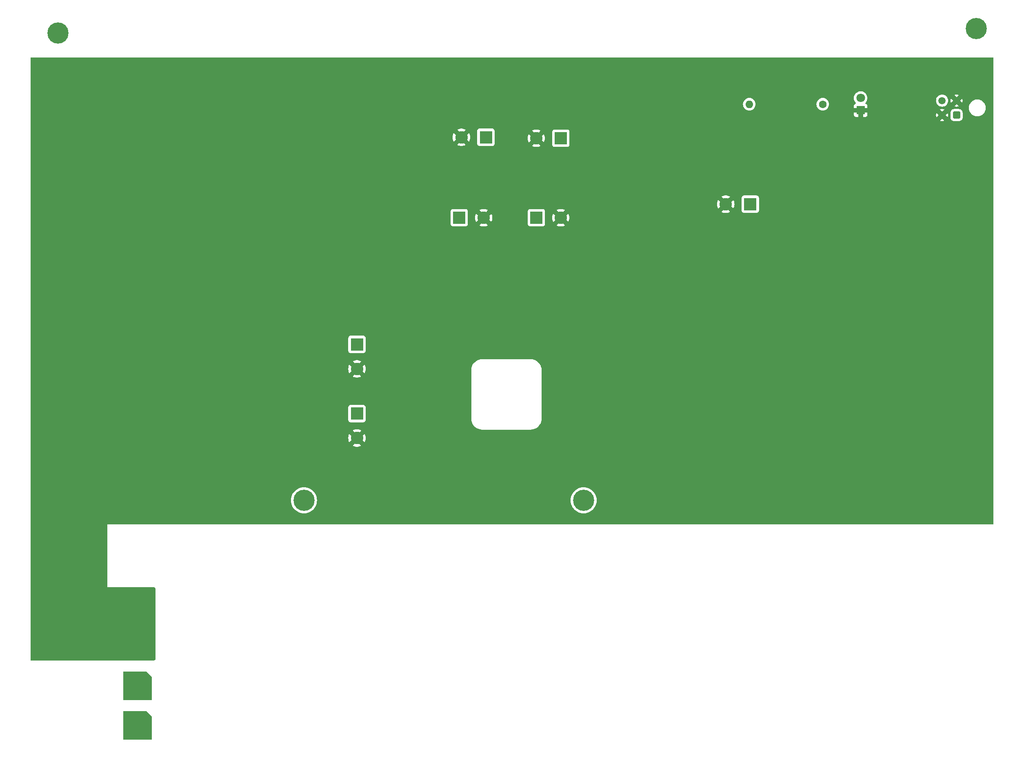
<source format=gbr>
%TF.GenerationSoftware,KiCad,Pcbnew,8.0.5-dirty*%
%TF.CreationDate,2024-10-04T17:55:26+02:00*%
%TF.ProjectId,bottom,626f7474-6f6d-42e6-9b69-6361645f7063,rev?*%
%TF.SameCoordinates,Original*%
%TF.FileFunction,Copper,L2,Bot*%
%TF.FilePolarity,Positive*%
%FSLAX46Y46*%
G04 Gerber Fmt 4.6, Leading zero omitted, Abs format (unit mm)*
G04 Created by KiCad (PCBNEW 8.0.5-dirty) date 2024-10-04 17:55:26*
%MOMM*%
%LPD*%
G01*
G04 APERTURE LIST*
G04 Aperture macros list*
%AMRoundRect*
0 Rectangle with rounded corners*
0 $1 Rounding radius*
0 $2 $3 $4 $5 $6 $7 $8 $9 X,Y pos of 4 corners*
0 Add a 4 corners polygon primitive as box body*
4,1,4,$2,$3,$4,$5,$6,$7,$8,$9,$2,$3,0*
0 Add four circle primitives for the rounded corners*
1,1,$1+$1,$2,$3*
1,1,$1+$1,$4,$5*
1,1,$1+$1,$6,$7*
1,1,$1+$1,$8,$9*
0 Add four rect primitives between the rounded corners*
20,1,$1+$1,$2,$3,$4,$5,0*
20,1,$1+$1,$4,$5,$6,$7,0*
20,1,$1+$1,$6,$7,$8,$9,0*
20,1,$1+$1,$8,$9,$2,$3,0*%
%AMOutline5P*
0 Free polygon, 5 corners , with rotation*
0 The origin of the aperture is its center*
0 number of corners: always 5*
0 $1 to $10 corner X, Y*
0 $11 Rotation angle, in degrees counterclockwise*
0 create outline with 5 corners*
4,1,5,$1,$2,$3,$4,$5,$6,$7,$8,$9,$10,$1,$2,$11*%
%AMOutline6P*
0 Free polygon, 6 corners , with rotation*
0 The origin of the aperture is its center*
0 number of corners: always 6*
0 $1 to $12 corner X, Y*
0 $13 Rotation angle, in degrees counterclockwise*
0 create outline with 6 corners*
4,1,6,$1,$2,$3,$4,$5,$6,$7,$8,$9,$10,$11,$12,$1,$2,$13*%
%AMOutline7P*
0 Free polygon, 7 corners , with rotation*
0 The origin of the aperture is its center*
0 number of corners: always 7*
0 $1 to $14 corner X, Y*
0 $15 Rotation angle, in degrees counterclockwise*
0 create outline with 7 corners*
4,1,7,$1,$2,$3,$4,$5,$6,$7,$8,$9,$10,$11,$12,$13,$14,$1,$2,$15*%
%AMOutline8P*
0 Free polygon, 8 corners , with rotation*
0 The origin of the aperture is its center*
0 number of corners: always 8*
0 $1 to $16 corner X, Y*
0 $17 Rotation angle, in degrees counterclockwise*
0 create outline with 8 corners*
4,1,8,$1,$2,$3,$4,$5,$6,$7,$8,$9,$10,$11,$12,$13,$14,$15,$16,$1,$2,$17*%
G04 Aperture macros list end*
%TA.AperFunction,ComponentPad*%
%ADD10C,1.600000*%
%TD*%
%TA.AperFunction,ComponentPad*%
%ADD11O,1.600000X1.600000*%
%TD*%
%TA.AperFunction,ComponentPad*%
%ADD12C,1.800000*%
%TD*%
%TA.AperFunction,ComponentPad*%
%ADD13R,1.800000X1.800000*%
%TD*%
%TA.AperFunction,ComponentPad*%
%ADD14R,2.600000X2.600000*%
%TD*%
%TA.AperFunction,ComponentPad*%
%ADD15C,2.600000*%
%TD*%
%TA.AperFunction,ComponentPad*%
%ADD16R,6.000000X6.000000*%
%TD*%
%TA.AperFunction,ComponentPad*%
%ADD17Outline5P,-3.000000X1.800000X-1.800000X3.000000X3.000000X3.000000X3.000000X-3.000000X-3.000000X-3.000000X270.000000*%
%TD*%
%TA.AperFunction,ComponentPad*%
%ADD18RoundRect,0.250001X0.499999X-0.499999X0.499999X0.499999X-0.499999X0.499999X-0.499999X-0.499999X0*%
%TD*%
%TA.AperFunction,ComponentPad*%
%ADD19C,1.500000*%
%TD*%
%TA.AperFunction,ComponentPad*%
%ADD20C,0.700000*%
%TD*%
%TA.AperFunction,ComponentPad*%
%ADD21C,4.400000*%
%TD*%
G04 APERTURE END LIST*
D10*
%TO.P,R1,1*%
%TO.N,Net-(D1-A)*%
X208620000Y-32750000D03*
D11*
%TO.P,R1,2*%
%TO.N,+5V*%
X193380000Y-32750000D03*
%TD*%
D12*
%TO.P,D1,2,A*%
%TO.N,Net-(D1-A)*%
X216475000Y-31460000D03*
D13*
%TO.P,D1,1,K*%
%TO.N,GND*%
X216475000Y-34000000D03*
%TD*%
D14*
%TO.P,J13,1,Pin_1*%
%TO.N,+5V*%
X149205000Y-56305000D03*
D15*
%TO.P,J13,2,Pin_2*%
%TO.N,GND*%
X154285000Y-56305000D03*
%TD*%
D14*
%TO.P,J10,1,Pin_1*%
%TO.N,+5V*%
X193580000Y-53500000D03*
D15*
%TO.P,J10,2,Pin_2*%
%TO.N,GND*%
X188500000Y-53500000D03*
%TD*%
D16*
%TO.P,UHP_OUT_1,1,V-*%
%TO.N,GND*%
X66500000Y-136750000D03*
D17*
%TO.P,UHP_OUT_1,2,V-*%
X66500000Y-145000000D03*
%TO.P,UHP_OUT_1,3,V+*%
%TO.N,+5V*%
X66500000Y-153500000D03*
%TO.P,UHP_OUT_1,4,V+*%
X66500000Y-161750000D03*
%TD*%
D18*
%TO.P,J1,1,5V*%
%TO.N,+5V*%
X236380000Y-35000000D03*
D19*
%TO.P,J1,2,GND*%
%TO.N,GND*%
X236380000Y-32000000D03*
%TO.P,J1,3,GND*%
X233380000Y-35000000D03*
%TO.P,J1,4,Pin_4*%
%TO.N,+5V*%
X233380000Y-32000000D03*
%TD*%
D20*
%TO.P,H3,1,1*%
%TO.N,unconnected-(H3-Pad1)_7*%
X157350000Y-115000000D03*
%TO.N,unconnected-(H3-Pad1)_4*%
X157833274Y-113833274D03*
%TO.N,unconnected-(H3-Pad1)*%
X157833274Y-116166726D03*
%TO.N,unconnected-(H3-Pad1)_2*%
X159000000Y-113350000D03*
D21*
%TO.N,unconnected-(H3-Pad1)_1*%
X159000000Y-115000000D03*
D20*
%TO.N,unconnected-(H3-Pad1)_3*%
X159000000Y-116650000D03*
%TO.N,unconnected-(H3-Pad1)_8*%
X160166726Y-113833274D03*
%TO.N,unconnected-(H3-Pad1)_6*%
X160166726Y-116166726D03*
%TO.N,unconnected-(H3-Pad1)_5*%
X160650000Y-115000000D03*
%TD*%
%TO.P,H4,1,1*%
%TO.N,unconnected-(H4-Pad1)_4*%
X238850000Y-17000000D03*
%TO.N,unconnected-(H4-Pad1)*%
X239333274Y-15833274D03*
%TO.N,unconnected-(H4-Pad1)_6*%
X239333274Y-18166726D03*
%TO.N,unconnected-(H4-Pad1)_5*%
X240500000Y-15350000D03*
D21*
%TO.N,unconnected-(H4-Pad1)_2*%
X240500000Y-17000000D03*
D20*
%TO.N,unconnected-(H4-Pad1)_7*%
X240500000Y-18650000D03*
%TO.N,unconnected-(H4-Pad1)_8*%
X241666726Y-15833274D03*
%TO.N,unconnected-(H4-Pad1)_3*%
X241666726Y-18166726D03*
%TO.N,unconnected-(H4-Pad1)_1*%
X242150000Y-17000000D03*
%TD*%
D14*
%TO.P,J_FAN_2,1,Pin_1*%
%TO.N,+5V*%
X112000000Y-96980000D03*
D15*
%TO.P,J_FAN_2,2,Pin_2*%
%TO.N,GND*%
X112000000Y-102060000D03*
%TD*%
D14*
%TO.P,J5,1,Pin_1*%
%TO.N,+5V*%
X138740000Y-39610000D03*
D15*
%TO.P,J5,2,Pin_2*%
%TO.N,GND*%
X133660000Y-39610000D03*
%TD*%
D14*
%TO.P,J_FAN_1,1,Pin_1*%
%TO.N,+5V*%
X112000000Y-82620000D03*
D15*
%TO.P,J_FAN_1,2,Pin_2*%
%TO.N,GND*%
X112000000Y-87700000D03*
%TD*%
D14*
%TO.P,J12,1,Pin_1*%
%TO.N,+5V*%
X133205000Y-56305000D03*
D15*
%TO.P,J12,2,Pin_2*%
%TO.N,GND*%
X138285000Y-56305000D03*
%TD*%
D20*
%TO.P,H2,1,1*%
%TO.N,unconnected-(H2-Pad1)_4*%
X99350000Y-115000000D03*
%TO.N,unconnected-(H2-Pad1)_6*%
X99833274Y-113833274D03*
%TO.N,unconnected-(H2-Pad1)_3*%
X99833274Y-116166726D03*
%TO.N,unconnected-(H2-Pad1)_5*%
X101000000Y-113350000D03*
D21*
%TO.N,unconnected-(H2-Pad1)*%
X101000000Y-115000000D03*
D20*
%TO.N,unconnected-(H2-Pad1)_1*%
X101000000Y-116650000D03*
%TO.N,unconnected-(H2-Pad1)_2*%
X102166726Y-113833274D03*
%TO.N,unconnected-(H2-Pad1)_8*%
X102166726Y-116166726D03*
%TO.N,unconnected-(H2-Pad1)_7*%
X102650000Y-115000000D03*
%TD*%
%TO.P,H1,1,1*%
%TO.N,unconnected-(H1-Pad1)*%
X48350000Y-18000000D03*
%TO.N,unconnected-(H1-Pad1)_2*%
X48833274Y-16833274D03*
%TO.N,unconnected-(H1-Pad1)_5*%
X48833274Y-19166726D03*
%TO.N,unconnected-(H1-Pad1)_4*%
X50000000Y-16350000D03*
D21*
%TO.N,unconnected-(H1-Pad1)_1*%
X50000000Y-18000000D03*
D20*
%TO.N,unconnected-(H1-Pad1)_3*%
X50000000Y-19650000D03*
%TO.N,unconnected-(H1-Pad1)_6*%
X51166726Y-16833274D03*
%TO.N,unconnected-(H1-Pad1)_7*%
X51166726Y-19166726D03*
%TO.N,unconnected-(H1-Pad1)_8*%
X51650000Y-18000000D03*
%TD*%
D14*
%TO.P,J11,1,Pin_1*%
%TO.N,+5V*%
X154285000Y-39805000D03*
D15*
%TO.P,J11,2,Pin_2*%
%TO.N,GND*%
X149205000Y-39805000D03*
%TD*%
%TA.AperFunction,Conductor*%
%TO.N,GND*%
G36*
X60349482Y-133005085D02*
G01*
X60349527Y-133005132D01*
X60349536Y-133005117D01*
X60383872Y-133024964D01*
X60384009Y-133025020D01*
X60384011Y-133025021D01*
X60384012Y-133025021D01*
X60384014Y-133025022D01*
X60422291Y-133035278D01*
X60422348Y-133035312D01*
X60422353Y-133035295D01*
X60430382Y-133037450D01*
X60460288Y-133045480D01*
X60460295Y-133045480D01*
X60460434Y-133045499D01*
X60460438Y-133045500D01*
X60460441Y-133045500D01*
X60500285Y-133045500D01*
X69934915Y-133050217D01*
X69982331Y-133059668D01*
X69983922Y-133060327D01*
X69984949Y-133060753D01*
X70012952Y-133076925D01*
X70090602Y-133136509D01*
X70113491Y-133159398D01*
X70173074Y-133237048D01*
X70189240Y-133265035D01*
X70190042Y-133266969D01*
X70199500Y-133314468D01*
X70199500Y-147935532D01*
X70190054Y-147983001D01*
X70189253Y-147984934D01*
X70173074Y-148012952D01*
X70113490Y-148090602D01*
X70090601Y-148113491D01*
X70012951Y-148173074D01*
X69984918Y-148189259D01*
X69894491Y-148226715D01*
X69863224Y-148235093D01*
X69769398Y-148247446D01*
X69758058Y-148248939D01*
X69741874Y-148250000D01*
X59000000Y-148250000D01*
X59000000Y-144882022D01*
X64700000Y-144882022D01*
X64700000Y-145117978D01*
X64730799Y-145351916D01*
X64791869Y-145579832D01*
X64882165Y-145797828D01*
X65000144Y-146002172D01*
X65143785Y-146189369D01*
X65310631Y-146356215D01*
X65497828Y-146499856D01*
X65702172Y-146617835D01*
X65920168Y-146708131D01*
X66148084Y-146769201D01*
X66382022Y-146800000D01*
X66617978Y-146800000D01*
X66851916Y-146769201D01*
X67079832Y-146708131D01*
X67297828Y-146617835D01*
X67502172Y-146499856D01*
X67689369Y-146356215D01*
X67856215Y-146189369D01*
X67999856Y-146002172D01*
X68117835Y-145797828D01*
X68208131Y-145579832D01*
X68269201Y-145351916D01*
X68300000Y-145117978D01*
X68300000Y-144882022D01*
X68269201Y-144648084D01*
X68208131Y-144420168D01*
X68117835Y-144202172D01*
X67999856Y-143997828D01*
X67856215Y-143810631D01*
X67689369Y-143643785D01*
X67502172Y-143500144D01*
X67297828Y-143382165D01*
X67079832Y-143291869D01*
X66851916Y-143230799D01*
X66617978Y-143200000D01*
X66382022Y-143200000D01*
X66148084Y-143230799D01*
X65920168Y-143291869D01*
X65702172Y-143382165D01*
X65497828Y-143500144D01*
X65310631Y-143643785D01*
X65143785Y-143810631D01*
X65000144Y-143997828D01*
X64882165Y-144202172D01*
X64791869Y-144420168D01*
X64730799Y-144648084D01*
X64700000Y-144882022D01*
X59000000Y-144882022D01*
X59000000Y-136632022D01*
X64700000Y-136632022D01*
X64700000Y-136867978D01*
X64730799Y-137101916D01*
X64791869Y-137329832D01*
X64882165Y-137547828D01*
X65000144Y-137752172D01*
X65143785Y-137939369D01*
X65310631Y-138106215D01*
X65497828Y-138249856D01*
X65702172Y-138367835D01*
X65920168Y-138458131D01*
X66148084Y-138519201D01*
X66382022Y-138550000D01*
X66617978Y-138550000D01*
X66851916Y-138519201D01*
X67079832Y-138458131D01*
X67297828Y-138367835D01*
X67502172Y-138249856D01*
X67689369Y-138106215D01*
X67856215Y-137939369D01*
X67999856Y-137752172D01*
X68117835Y-137547828D01*
X68208131Y-137329832D01*
X68269201Y-137101916D01*
X68300000Y-136867978D01*
X68300000Y-136632022D01*
X68269201Y-136398084D01*
X68208131Y-136170168D01*
X68117835Y-135952172D01*
X67999856Y-135747828D01*
X67856215Y-135560631D01*
X67689369Y-135393785D01*
X67502172Y-135250144D01*
X67297828Y-135132165D01*
X67079832Y-135041869D01*
X66851916Y-134980799D01*
X66617978Y-134950000D01*
X66382022Y-134950000D01*
X66148084Y-134980799D01*
X65920168Y-135041869D01*
X65702172Y-135132165D01*
X65497828Y-135250144D01*
X65310631Y-135393785D01*
X65143785Y-135560631D01*
X65000144Y-135747828D01*
X64882165Y-135952172D01*
X64791869Y-136170168D01*
X64730799Y-136398084D01*
X64700000Y-136632022D01*
X59000000Y-136632022D01*
X59000000Y-133000000D01*
X60340674Y-133000000D01*
X60349482Y-133005085D01*
G37*
%TD.AperFunction*%
%TD*%
%TA.AperFunction,Conductor*%
%TO.N,GND*%
G36*
X243943039Y-23019685D02*
G01*
X243988794Y-23072489D01*
X244000000Y-23124000D01*
X244000000Y-119876000D01*
X243980315Y-119943039D01*
X243927511Y-119988794D01*
X243876000Y-120000000D01*
X60250000Y-120000000D01*
X60250000Y-120293768D01*
X60233348Y-120355836D01*
X60220050Y-120378833D01*
X60220021Y-120378905D01*
X60219981Y-120379000D01*
X60209942Y-120416465D01*
X60209922Y-120416540D01*
X60199517Y-120455270D01*
X60199500Y-120455402D01*
X60199500Y-120494881D01*
X60199469Y-120542197D01*
X60199500Y-120542666D01*
X60199500Y-132744912D01*
X60199480Y-132784413D01*
X60199499Y-132784559D01*
X60199500Y-132784562D01*
X60209611Y-132822300D01*
X60209618Y-132822356D01*
X60209626Y-132822355D01*
X60219921Y-132860849D01*
X60219979Y-132860989D01*
X60233387Y-132884213D01*
X60250000Y-132946213D01*
X60250000Y-133000000D01*
X59000000Y-133000000D01*
X59000000Y-148250000D01*
X44424500Y-148250000D01*
X44357461Y-148230315D01*
X44311706Y-148177511D01*
X44300500Y-148126000D01*
X44300500Y-115000000D01*
X98294564Y-115000000D01*
X98314289Y-115326099D01*
X98373178Y-115647452D01*
X98470366Y-115959342D01*
X98470370Y-115959354D01*
X98470373Y-115959361D01*
X98604455Y-116257279D01*
X98768901Y-116529306D01*
X98773473Y-116536868D01*
X98974954Y-116794039D01*
X99205960Y-117025045D01*
X99463131Y-117226526D01*
X99463134Y-117226528D01*
X99463137Y-117226530D01*
X99742721Y-117395545D01*
X100040639Y-117529627D01*
X100040652Y-117529631D01*
X100040657Y-117529633D01*
X100352547Y-117626821D01*
X100673896Y-117685710D01*
X101000000Y-117705436D01*
X101326104Y-117685710D01*
X101647453Y-117626821D01*
X101959361Y-117529627D01*
X102257279Y-117395545D01*
X102536863Y-117226530D01*
X102794036Y-117025048D01*
X103025048Y-116794036D01*
X103226530Y-116536863D01*
X103395545Y-116257279D01*
X103529627Y-115959361D01*
X103626821Y-115647453D01*
X103685710Y-115326104D01*
X103705436Y-115000000D01*
X156294564Y-115000000D01*
X156314289Y-115326099D01*
X156373178Y-115647452D01*
X156470366Y-115959342D01*
X156470370Y-115959354D01*
X156470373Y-115959361D01*
X156604455Y-116257279D01*
X156768901Y-116529306D01*
X156773473Y-116536868D01*
X156974954Y-116794039D01*
X157205960Y-117025045D01*
X157463131Y-117226526D01*
X157463134Y-117226528D01*
X157463137Y-117226530D01*
X157742721Y-117395545D01*
X158040639Y-117529627D01*
X158040652Y-117529631D01*
X158040657Y-117529633D01*
X158352547Y-117626821D01*
X158673896Y-117685710D01*
X159000000Y-117705436D01*
X159326104Y-117685710D01*
X159647453Y-117626821D01*
X159959361Y-117529627D01*
X160257279Y-117395545D01*
X160536863Y-117226530D01*
X160794036Y-117025048D01*
X161025048Y-116794036D01*
X161226530Y-116536863D01*
X161395545Y-116257279D01*
X161529627Y-115959361D01*
X161626821Y-115647453D01*
X161685710Y-115326104D01*
X161705436Y-115000000D01*
X161685710Y-114673896D01*
X161626821Y-114352547D01*
X161529627Y-114040639D01*
X161395545Y-113742721D01*
X161226530Y-113463137D01*
X161226528Y-113463134D01*
X161226526Y-113463131D01*
X161025045Y-113205960D01*
X160794039Y-112974954D01*
X160536868Y-112773473D01*
X160529306Y-112768901D01*
X160257279Y-112604455D01*
X159959361Y-112470373D01*
X159959354Y-112470370D01*
X159959342Y-112470366D01*
X159647452Y-112373178D01*
X159326099Y-112314289D01*
X159000000Y-112294564D01*
X158673900Y-112314289D01*
X158352547Y-112373178D01*
X158040657Y-112470366D01*
X158040641Y-112470372D01*
X158040639Y-112470373D01*
X157850933Y-112555752D01*
X157742725Y-112604453D01*
X157742723Y-112604454D01*
X157463131Y-112773473D01*
X157205960Y-112974954D01*
X156974954Y-113205960D01*
X156773473Y-113463131D01*
X156604454Y-113742723D01*
X156604453Y-113742725D01*
X156470372Y-114040642D01*
X156470366Y-114040657D01*
X156373178Y-114352547D01*
X156314289Y-114673900D01*
X156294564Y-115000000D01*
X103705436Y-115000000D01*
X103685710Y-114673896D01*
X103626821Y-114352547D01*
X103529627Y-114040639D01*
X103395545Y-113742721D01*
X103226530Y-113463137D01*
X103226528Y-113463134D01*
X103226526Y-113463131D01*
X103025045Y-113205960D01*
X102794039Y-112974954D01*
X102536868Y-112773473D01*
X102529306Y-112768901D01*
X102257279Y-112604455D01*
X101959361Y-112470373D01*
X101959354Y-112470370D01*
X101959342Y-112470366D01*
X101647452Y-112373178D01*
X101326099Y-112314289D01*
X101000000Y-112294564D01*
X100673900Y-112314289D01*
X100352547Y-112373178D01*
X100040657Y-112470366D01*
X100040641Y-112470372D01*
X100040639Y-112470373D01*
X99850933Y-112555752D01*
X99742725Y-112604453D01*
X99742723Y-112604454D01*
X99463131Y-112773473D01*
X99205960Y-112974954D01*
X98974954Y-113205960D01*
X98773473Y-113463131D01*
X98604454Y-113742723D01*
X98604453Y-113742725D01*
X98470372Y-114040642D01*
X98470366Y-114040657D01*
X98373178Y-114352547D01*
X98314289Y-114673900D01*
X98294564Y-115000000D01*
X44300500Y-115000000D01*
X44300500Y-103638303D01*
X111128802Y-103638303D01*
X111340539Y-103740269D01*
X111340537Y-103740269D01*
X111598337Y-103819790D01*
X111598343Y-103819792D01*
X111865101Y-103859999D01*
X111865110Y-103860000D01*
X112134890Y-103860000D01*
X112134898Y-103859999D01*
X112401656Y-103819792D01*
X112401662Y-103819790D01*
X112659458Y-103740270D01*
X112871195Y-103638302D01*
X112000000Y-102767107D01*
X111128802Y-103638303D01*
X44300500Y-103638303D01*
X44300500Y-102059995D01*
X110194953Y-102059995D01*
X110194953Y-102060004D01*
X110215113Y-102329026D01*
X110215113Y-102329028D01*
X110275142Y-102592033D01*
X110275148Y-102592052D01*
X110373709Y-102843181D01*
X110423489Y-102929402D01*
X110423490Y-102929403D01*
X111292893Y-102060000D01*
X111228874Y-101995981D01*
X111350000Y-101995981D01*
X111350000Y-102124019D01*
X111374979Y-102249598D01*
X111423978Y-102367890D01*
X111495112Y-102474351D01*
X111585649Y-102564888D01*
X111692110Y-102636022D01*
X111810402Y-102685021D01*
X111935981Y-102710000D01*
X112064019Y-102710000D01*
X112189598Y-102685021D01*
X112307890Y-102636022D01*
X112414351Y-102564888D01*
X112504888Y-102474351D01*
X112576022Y-102367890D01*
X112625021Y-102249598D01*
X112650000Y-102124019D01*
X112650000Y-102059999D01*
X112707107Y-102059999D01*
X112707107Y-102060001D01*
X113576509Y-102929403D01*
X113576510Y-102929403D01*
X113626290Y-102843182D01*
X113626293Y-102843175D01*
X113724851Y-102592052D01*
X113724857Y-102592033D01*
X113784886Y-102329028D01*
X113784886Y-102329026D01*
X113805047Y-102060004D01*
X113805047Y-102059995D01*
X113784886Y-101790973D01*
X113784886Y-101790971D01*
X113724857Y-101527966D01*
X113724851Y-101527947D01*
X113626290Y-101276818D01*
X113576509Y-101190595D01*
X112707107Y-102059999D01*
X112650000Y-102059999D01*
X112650000Y-101995981D01*
X112625021Y-101870402D01*
X112576022Y-101752110D01*
X112504888Y-101645649D01*
X112414351Y-101555112D01*
X112307890Y-101483978D01*
X112189598Y-101434979D01*
X112064019Y-101410000D01*
X111935981Y-101410000D01*
X111810402Y-101434979D01*
X111692110Y-101483978D01*
X111585649Y-101555112D01*
X111495112Y-101645649D01*
X111423978Y-101752110D01*
X111374979Y-101870402D01*
X111350000Y-101995981D01*
X111228874Y-101995981D01*
X110423489Y-101190596D01*
X110373708Y-101276821D01*
X110373706Y-101276825D01*
X110275148Y-101527947D01*
X110275142Y-101527966D01*
X110215113Y-101790971D01*
X110215113Y-101790973D01*
X110194953Y-102059995D01*
X44300500Y-102059995D01*
X44300500Y-100481695D01*
X111128803Y-100481695D01*
X111128803Y-100481696D01*
X112000000Y-101352893D01*
X112000001Y-101352893D01*
X112871196Y-100481697D01*
X112871195Y-100481695D01*
X112659460Y-100379730D01*
X112659462Y-100379730D01*
X112401662Y-100300209D01*
X112401656Y-100300207D01*
X112134898Y-100260000D01*
X111865101Y-100260000D01*
X111598343Y-100300207D01*
X111598337Y-100300209D01*
X111340538Y-100379730D01*
X111128803Y-100481695D01*
X44300500Y-100481695D01*
X44300500Y-95632135D01*
X110199500Y-95632135D01*
X110199500Y-98327870D01*
X110199501Y-98327876D01*
X110205908Y-98387483D01*
X110256202Y-98522328D01*
X110256206Y-98522335D01*
X110342452Y-98637544D01*
X110342455Y-98637547D01*
X110457664Y-98723793D01*
X110457671Y-98723797D01*
X110592517Y-98774091D01*
X110592516Y-98774091D01*
X110599444Y-98774835D01*
X110652127Y-98780500D01*
X113347872Y-98780499D01*
X113407483Y-98774091D01*
X113542331Y-98723796D01*
X113657546Y-98637546D01*
X113743796Y-98522331D01*
X113794091Y-98387483D01*
X113800500Y-98327873D01*
X113800499Y-95632128D01*
X113794091Y-95572517D01*
X113743796Y-95437669D01*
X113743795Y-95437668D01*
X113743793Y-95437664D01*
X113657547Y-95322455D01*
X113657544Y-95322452D01*
X113542335Y-95236206D01*
X113542328Y-95236202D01*
X113407482Y-95185908D01*
X113407483Y-95185908D01*
X113347883Y-95179501D01*
X113347881Y-95179500D01*
X113347873Y-95179500D01*
X113347864Y-95179500D01*
X110652129Y-95179500D01*
X110652123Y-95179501D01*
X110592516Y-95185908D01*
X110457671Y-95236202D01*
X110457664Y-95236206D01*
X110342455Y-95322452D01*
X110342452Y-95322455D01*
X110256206Y-95437664D01*
X110256202Y-95437671D01*
X110205908Y-95572517D01*
X110199501Y-95632116D01*
X110199501Y-95632123D01*
X110199500Y-95632135D01*
X44300500Y-95632135D01*
X44300500Y-89278303D01*
X111128802Y-89278303D01*
X111340539Y-89380269D01*
X111340537Y-89380269D01*
X111598337Y-89459790D01*
X111598343Y-89459792D01*
X111865101Y-89499999D01*
X111865110Y-89500000D01*
X112134890Y-89500000D01*
X112134898Y-89499999D01*
X112401656Y-89459792D01*
X112401662Y-89459790D01*
X112659458Y-89380270D01*
X112871195Y-89278302D01*
X112000000Y-88407107D01*
X111128802Y-89278303D01*
X44300500Y-89278303D01*
X44300500Y-87699995D01*
X110194953Y-87699995D01*
X110194953Y-87700004D01*
X110215113Y-87969026D01*
X110215113Y-87969028D01*
X110275142Y-88232033D01*
X110275148Y-88232052D01*
X110373709Y-88483181D01*
X110423489Y-88569402D01*
X110423490Y-88569403D01*
X111292893Y-87700000D01*
X111228874Y-87635981D01*
X111350000Y-87635981D01*
X111350000Y-87764019D01*
X111374979Y-87889598D01*
X111423978Y-88007890D01*
X111495112Y-88114351D01*
X111585649Y-88204888D01*
X111692110Y-88276022D01*
X111810402Y-88325021D01*
X111935981Y-88350000D01*
X112064019Y-88350000D01*
X112189598Y-88325021D01*
X112307890Y-88276022D01*
X112414351Y-88204888D01*
X112504888Y-88114351D01*
X112576022Y-88007890D01*
X112625021Y-87889598D01*
X112650000Y-87764019D01*
X112650000Y-87699999D01*
X112707107Y-87699999D01*
X112707107Y-87700001D01*
X113576509Y-88569403D01*
X113576510Y-88569403D01*
X113626290Y-88483182D01*
X113626293Y-88483175D01*
X113724851Y-88232052D01*
X113724857Y-88232033D01*
X113784886Y-87969028D01*
X113784886Y-87969026D01*
X113792993Y-87860845D01*
X135699500Y-87860845D01*
X135699500Y-87960438D01*
X135699500Y-97952405D01*
X135699500Y-98000000D01*
X135699500Y-98139155D01*
X135733046Y-98415435D01*
X135759393Y-98522328D01*
X135799651Y-98685662D01*
X135898341Y-98945884D01*
X135983284Y-99107728D01*
X136027677Y-99192311D01*
X136185774Y-99421355D01*
X136370327Y-99629673D01*
X136578645Y-99814226D01*
X136807689Y-99972323D01*
X136962221Y-100053428D01*
X137054115Y-100101658D01*
X137314337Y-100200348D01*
X137314339Y-100200348D01*
X137314343Y-100200350D01*
X137584565Y-100266954D01*
X137798222Y-100292896D01*
X137860842Y-100300500D01*
X137860845Y-100300500D01*
X148139158Y-100300500D01*
X148197378Y-100293430D01*
X148415435Y-100266954D01*
X148685657Y-100200350D01*
X148945880Y-100101660D01*
X149192311Y-99972323D01*
X149421355Y-99814226D01*
X149629673Y-99629673D01*
X149814226Y-99421355D01*
X149972323Y-99192311D01*
X150101660Y-98945880D01*
X150200350Y-98685657D01*
X150266954Y-98415435D01*
X150300500Y-98139155D01*
X150300500Y-98000000D01*
X150300500Y-97952405D01*
X150300500Y-87960438D01*
X150300500Y-87860845D01*
X150266954Y-87584565D01*
X150200350Y-87314343D01*
X150155131Y-87195112D01*
X150101658Y-87054115D01*
X150013982Y-86887064D01*
X149972323Y-86807689D01*
X149814226Y-86578645D01*
X149629673Y-86370327D01*
X149421355Y-86185774D01*
X149192311Y-86027677D01*
X149107728Y-85983284D01*
X148945884Y-85898341D01*
X148685662Y-85799651D01*
X148621041Y-85783723D01*
X148415435Y-85733046D01*
X148277295Y-85716273D01*
X148139158Y-85699500D01*
X148139155Y-85699500D01*
X148039562Y-85699500D01*
X138047595Y-85699500D01*
X138000000Y-85699500D01*
X137860845Y-85699500D01*
X137860842Y-85699500D01*
X137695077Y-85719627D01*
X137584565Y-85733046D01*
X137447493Y-85766831D01*
X137314337Y-85799651D01*
X137054115Y-85898341D01*
X136807691Y-86027676D01*
X136807682Y-86027681D01*
X136578650Y-86185770D01*
X136370327Y-86370327D01*
X136185770Y-86578650D01*
X136027681Y-86807682D01*
X136027676Y-86807691D01*
X135898341Y-87054115D01*
X135799651Y-87314337D01*
X135733046Y-87584567D01*
X135711257Y-87764019D01*
X135699500Y-87860845D01*
X113792993Y-87860845D01*
X113805047Y-87700004D01*
X113805047Y-87699995D01*
X113784886Y-87430973D01*
X113784886Y-87430971D01*
X113724857Y-87167966D01*
X113724851Y-87167947D01*
X113626290Y-86916818D01*
X113576509Y-86830595D01*
X112707107Y-87699999D01*
X112650000Y-87699999D01*
X112650000Y-87635981D01*
X112625021Y-87510402D01*
X112576022Y-87392110D01*
X112504888Y-87285649D01*
X112414351Y-87195112D01*
X112307890Y-87123978D01*
X112189598Y-87074979D01*
X112064019Y-87050000D01*
X111935981Y-87050000D01*
X111810402Y-87074979D01*
X111692110Y-87123978D01*
X111585649Y-87195112D01*
X111495112Y-87285649D01*
X111423978Y-87392110D01*
X111374979Y-87510402D01*
X111350000Y-87635981D01*
X111228874Y-87635981D01*
X110423489Y-86830596D01*
X110373708Y-86916821D01*
X110373706Y-86916825D01*
X110275148Y-87167947D01*
X110275142Y-87167966D01*
X110215113Y-87430971D01*
X110215113Y-87430973D01*
X110194953Y-87699995D01*
X44300500Y-87699995D01*
X44300500Y-86121695D01*
X111128803Y-86121695D01*
X111128803Y-86121696D01*
X112000000Y-86992893D01*
X112000001Y-86992893D01*
X112871196Y-86121697D01*
X112871195Y-86121695D01*
X112659460Y-86019730D01*
X112659462Y-86019730D01*
X112401662Y-85940209D01*
X112401656Y-85940207D01*
X112134898Y-85900000D01*
X111865101Y-85900000D01*
X111598343Y-85940207D01*
X111598337Y-85940209D01*
X111340538Y-86019730D01*
X111128803Y-86121695D01*
X44300500Y-86121695D01*
X44300500Y-81272135D01*
X110199500Y-81272135D01*
X110199500Y-83967870D01*
X110199501Y-83967876D01*
X110205908Y-84027483D01*
X110256202Y-84162328D01*
X110256206Y-84162335D01*
X110342452Y-84277544D01*
X110342455Y-84277547D01*
X110457664Y-84363793D01*
X110457671Y-84363797D01*
X110592517Y-84414091D01*
X110592516Y-84414091D01*
X110599444Y-84414835D01*
X110652127Y-84420500D01*
X113347872Y-84420499D01*
X113407483Y-84414091D01*
X113542331Y-84363796D01*
X113657546Y-84277546D01*
X113743796Y-84162331D01*
X113794091Y-84027483D01*
X113800500Y-83967873D01*
X113800499Y-81272128D01*
X113794091Y-81212517D01*
X113743796Y-81077669D01*
X113743795Y-81077668D01*
X113743793Y-81077664D01*
X113657547Y-80962455D01*
X113657544Y-80962452D01*
X113542335Y-80876206D01*
X113542328Y-80876202D01*
X113407482Y-80825908D01*
X113407483Y-80825908D01*
X113347883Y-80819501D01*
X113347881Y-80819500D01*
X113347873Y-80819500D01*
X113347864Y-80819500D01*
X110652129Y-80819500D01*
X110652123Y-80819501D01*
X110592516Y-80825908D01*
X110457671Y-80876202D01*
X110457664Y-80876206D01*
X110342455Y-80962452D01*
X110342452Y-80962455D01*
X110256206Y-81077664D01*
X110256202Y-81077671D01*
X110205908Y-81212517D01*
X110199501Y-81272116D01*
X110199501Y-81272123D01*
X110199500Y-81272135D01*
X44300500Y-81272135D01*
X44300500Y-54957135D01*
X131404500Y-54957135D01*
X131404500Y-57652870D01*
X131404501Y-57652876D01*
X131410908Y-57712483D01*
X131461202Y-57847328D01*
X131461206Y-57847335D01*
X131547452Y-57962544D01*
X131547455Y-57962547D01*
X131662664Y-58048793D01*
X131662671Y-58048797D01*
X131797517Y-58099091D01*
X131797516Y-58099091D01*
X131804444Y-58099835D01*
X131857127Y-58105500D01*
X134552872Y-58105499D01*
X134612483Y-58099091D01*
X134747331Y-58048796D01*
X134862546Y-57962546D01*
X134921867Y-57883303D01*
X137413802Y-57883303D01*
X137625539Y-57985269D01*
X137625537Y-57985269D01*
X137883337Y-58064790D01*
X137883343Y-58064792D01*
X138150101Y-58104999D01*
X138150110Y-58105000D01*
X138419890Y-58105000D01*
X138419898Y-58104999D01*
X138686656Y-58064792D01*
X138686662Y-58064790D01*
X138944458Y-57985270D01*
X139156195Y-57883302D01*
X138285000Y-57012107D01*
X137413802Y-57883303D01*
X134921867Y-57883303D01*
X134948796Y-57847331D01*
X134999091Y-57712483D01*
X135005500Y-57652873D01*
X135005499Y-56304995D01*
X136479953Y-56304995D01*
X136479953Y-56305004D01*
X136500113Y-56574026D01*
X136500113Y-56574028D01*
X136560142Y-56837033D01*
X136560148Y-56837052D01*
X136658709Y-57088181D01*
X136708489Y-57174402D01*
X136708490Y-57174403D01*
X137577893Y-56305000D01*
X137513874Y-56240981D01*
X137635000Y-56240981D01*
X137635000Y-56369019D01*
X137659979Y-56494598D01*
X137708978Y-56612890D01*
X137780112Y-56719351D01*
X137870649Y-56809888D01*
X137977110Y-56881022D01*
X138095402Y-56930021D01*
X138220981Y-56955000D01*
X138349019Y-56955000D01*
X138474598Y-56930021D01*
X138592890Y-56881022D01*
X138699351Y-56809888D01*
X138789888Y-56719351D01*
X138861022Y-56612890D01*
X138910021Y-56494598D01*
X138935000Y-56369019D01*
X138935000Y-56304999D01*
X138992107Y-56304999D01*
X138992107Y-56305001D01*
X139861509Y-57174403D01*
X139861510Y-57174403D01*
X139911290Y-57088182D01*
X139911293Y-57088175D01*
X140009851Y-56837052D01*
X140009857Y-56837033D01*
X140069886Y-56574028D01*
X140069886Y-56574026D01*
X140090047Y-56305004D01*
X140090047Y-56304995D01*
X140069886Y-56035973D01*
X140069886Y-56035971D01*
X140009857Y-55772966D01*
X140009851Y-55772947D01*
X139911290Y-55521818D01*
X139861509Y-55435595D01*
X138992107Y-56304999D01*
X138935000Y-56304999D01*
X138935000Y-56240981D01*
X138910021Y-56115402D01*
X138861022Y-55997110D01*
X138789888Y-55890649D01*
X138699351Y-55800112D01*
X138592890Y-55728978D01*
X138474598Y-55679979D01*
X138349019Y-55655000D01*
X138220981Y-55655000D01*
X138095402Y-55679979D01*
X137977110Y-55728978D01*
X137870649Y-55800112D01*
X137780112Y-55890649D01*
X137708978Y-55997110D01*
X137659979Y-56115402D01*
X137635000Y-56240981D01*
X137513874Y-56240981D01*
X136708489Y-55435596D01*
X136658708Y-55521821D01*
X136658706Y-55521825D01*
X136560148Y-55772947D01*
X136560142Y-55772966D01*
X136500113Y-56035971D01*
X136500113Y-56035973D01*
X136479953Y-56304995D01*
X135005499Y-56304995D01*
X135005499Y-54957128D01*
X134999091Y-54897517D01*
X134948796Y-54762669D01*
X134948795Y-54762668D01*
X134948793Y-54762664D01*
X134921866Y-54726695D01*
X137413803Y-54726695D01*
X137413803Y-54726696D01*
X138285000Y-55597893D01*
X138285001Y-55597893D01*
X138925758Y-54957135D01*
X147404500Y-54957135D01*
X147404500Y-57652870D01*
X147404501Y-57652876D01*
X147410908Y-57712483D01*
X147461202Y-57847328D01*
X147461206Y-57847335D01*
X147547452Y-57962544D01*
X147547455Y-57962547D01*
X147662664Y-58048793D01*
X147662671Y-58048797D01*
X147797517Y-58099091D01*
X147797516Y-58099091D01*
X147804444Y-58099835D01*
X147857127Y-58105500D01*
X150552872Y-58105499D01*
X150612483Y-58099091D01*
X150747331Y-58048796D01*
X150862546Y-57962546D01*
X150921867Y-57883303D01*
X153413802Y-57883303D01*
X153625539Y-57985269D01*
X153625537Y-57985269D01*
X153883337Y-58064790D01*
X153883343Y-58064792D01*
X154150101Y-58104999D01*
X154150110Y-58105000D01*
X154419890Y-58105000D01*
X154419898Y-58104999D01*
X154686656Y-58064792D01*
X154686662Y-58064790D01*
X154944458Y-57985270D01*
X155156195Y-57883302D01*
X154285000Y-57012107D01*
X153413802Y-57883303D01*
X150921867Y-57883303D01*
X150948796Y-57847331D01*
X150999091Y-57712483D01*
X151005500Y-57652873D01*
X151005499Y-56304995D01*
X152479953Y-56304995D01*
X152479953Y-56305004D01*
X152500113Y-56574026D01*
X152500113Y-56574028D01*
X152560142Y-56837033D01*
X152560148Y-56837052D01*
X152658709Y-57088181D01*
X152708489Y-57174402D01*
X152708490Y-57174403D01*
X153577893Y-56305000D01*
X153513874Y-56240981D01*
X153635000Y-56240981D01*
X153635000Y-56369019D01*
X153659979Y-56494598D01*
X153708978Y-56612890D01*
X153780112Y-56719351D01*
X153870649Y-56809888D01*
X153977110Y-56881022D01*
X154095402Y-56930021D01*
X154220981Y-56955000D01*
X154349019Y-56955000D01*
X154474598Y-56930021D01*
X154592890Y-56881022D01*
X154699351Y-56809888D01*
X154789888Y-56719351D01*
X154861022Y-56612890D01*
X154910021Y-56494598D01*
X154935000Y-56369019D01*
X154935000Y-56304999D01*
X154992107Y-56304999D01*
X154992107Y-56305001D01*
X155861509Y-57174403D01*
X155861510Y-57174403D01*
X155911290Y-57088182D01*
X155911293Y-57088175D01*
X156009851Y-56837052D01*
X156009857Y-56837033D01*
X156069886Y-56574028D01*
X156069886Y-56574026D01*
X156090047Y-56305004D01*
X156090047Y-56304995D01*
X156069886Y-56035973D01*
X156069886Y-56035971D01*
X156009857Y-55772966D01*
X156009851Y-55772947D01*
X155911290Y-55521818D01*
X155861509Y-55435595D01*
X154992107Y-56304999D01*
X154935000Y-56304999D01*
X154935000Y-56240981D01*
X154910021Y-56115402D01*
X154861022Y-55997110D01*
X154789888Y-55890649D01*
X154699351Y-55800112D01*
X154592890Y-55728978D01*
X154474598Y-55679979D01*
X154349019Y-55655000D01*
X154220981Y-55655000D01*
X154095402Y-55679979D01*
X153977110Y-55728978D01*
X153870649Y-55800112D01*
X153780112Y-55890649D01*
X153708978Y-55997110D01*
X153659979Y-56115402D01*
X153635000Y-56240981D01*
X153513874Y-56240981D01*
X152708489Y-55435596D01*
X152658708Y-55521821D01*
X152658706Y-55521825D01*
X152560148Y-55772947D01*
X152560142Y-55772966D01*
X152500113Y-56035971D01*
X152500113Y-56035973D01*
X152479953Y-56304995D01*
X151005499Y-56304995D01*
X151005499Y-54957128D01*
X150999091Y-54897517D01*
X150948796Y-54762669D01*
X150948795Y-54762668D01*
X150948793Y-54762664D01*
X150921866Y-54726695D01*
X153413803Y-54726695D01*
X153413803Y-54726696D01*
X154285000Y-55597893D01*
X154285001Y-55597893D01*
X154804590Y-55078303D01*
X187628802Y-55078303D01*
X187840539Y-55180269D01*
X187840537Y-55180269D01*
X188098337Y-55259790D01*
X188098343Y-55259792D01*
X188365101Y-55299999D01*
X188365110Y-55300000D01*
X188634890Y-55300000D01*
X188634898Y-55299999D01*
X188901656Y-55259792D01*
X188901662Y-55259790D01*
X189159458Y-55180270D01*
X189371195Y-55078302D01*
X188500000Y-54207107D01*
X187628802Y-55078303D01*
X154804590Y-55078303D01*
X155156196Y-54726697D01*
X155156195Y-54726695D01*
X154944460Y-54624730D01*
X154944462Y-54624730D01*
X154686662Y-54545209D01*
X154686656Y-54545207D01*
X154419898Y-54505000D01*
X154150101Y-54505000D01*
X153883343Y-54545207D01*
X153883337Y-54545209D01*
X153625538Y-54624730D01*
X153413803Y-54726695D01*
X150921866Y-54726695D01*
X150862547Y-54647455D01*
X150862544Y-54647452D01*
X150747335Y-54561206D01*
X150747328Y-54561202D01*
X150612482Y-54510908D01*
X150612483Y-54510908D01*
X150552883Y-54504501D01*
X150552881Y-54504500D01*
X150552873Y-54504500D01*
X150552864Y-54504500D01*
X147857129Y-54504500D01*
X147857123Y-54504501D01*
X147797516Y-54510908D01*
X147662671Y-54561202D01*
X147662664Y-54561206D01*
X147547455Y-54647452D01*
X147547452Y-54647455D01*
X147461206Y-54762664D01*
X147461202Y-54762671D01*
X147410908Y-54897517D01*
X147404501Y-54957116D01*
X147404501Y-54957123D01*
X147404500Y-54957135D01*
X138925758Y-54957135D01*
X139156196Y-54726697D01*
X139156195Y-54726695D01*
X138944460Y-54624730D01*
X138944462Y-54624730D01*
X138686662Y-54545209D01*
X138686656Y-54545207D01*
X138419898Y-54505000D01*
X138150101Y-54505000D01*
X137883343Y-54545207D01*
X137883337Y-54545209D01*
X137625538Y-54624730D01*
X137413803Y-54726695D01*
X134921866Y-54726695D01*
X134862547Y-54647455D01*
X134862544Y-54647452D01*
X134747335Y-54561206D01*
X134747328Y-54561202D01*
X134612482Y-54510908D01*
X134612483Y-54510908D01*
X134552883Y-54504501D01*
X134552881Y-54504500D01*
X134552873Y-54504500D01*
X134552864Y-54504500D01*
X131857129Y-54504500D01*
X131857123Y-54504501D01*
X131797516Y-54510908D01*
X131662671Y-54561202D01*
X131662664Y-54561206D01*
X131547455Y-54647452D01*
X131547452Y-54647455D01*
X131461206Y-54762664D01*
X131461202Y-54762671D01*
X131410908Y-54897517D01*
X131404501Y-54957116D01*
X131404501Y-54957123D01*
X131404500Y-54957135D01*
X44300500Y-54957135D01*
X44300500Y-53499995D01*
X186694953Y-53499995D01*
X186694953Y-53500004D01*
X186715113Y-53769026D01*
X186715113Y-53769028D01*
X186775142Y-54032033D01*
X186775148Y-54032052D01*
X186873709Y-54283181D01*
X186923489Y-54369402D01*
X186923490Y-54369403D01*
X187792893Y-53500000D01*
X187728874Y-53435981D01*
X187850000Y-53435981D01*
X187850000Y-53564019D01*
X187874979Y-53689598D01*
X187923978Y-53807890D01*
X187995112Y-53914351D01*
X188085649Y-54004888D01*
X188192110Y-54076022D01*
X188310402Y-54125021D01*
X188435981Y-54150000D01*
X188564019Y-54150000D01*
X188689598Y-54125021D01*
X188807890Y-54076022D01*
X188914351Y-54004888D01*
X189004888Y-53914351D01*
X189076022Y-53807890D01*
X189125021Y-53689598D01*
X189150000Y-53564019D01*
X189150000Y-53499999D01*
X189207107Y-53499999D01*
X189207107Y-53500001D01*
X190076509Y-54369403D01*
X190076510Y-54369403D01*
X190126290Y-54283182D01*
X190126293Y-54283175D01*
X190224851Y-54032052D01*
X190224857Y-54032033D01*
X190284886Y-53769028D01*
X190284886Y-53769026D01*
X190305047Y-53500004D01*
X190305047Y-53499995D01*
X190284886Y-53230973D01*
X190284886Y-53230971D01*
X190224857Y-52967966D01*
X190224851Y-52967947D01*
X190126290Y-52716818D01*
X190076509Y-52630595D01*
X189207107Y-53499999D01*
X189150000Y-53499999D01*
X189150000Y-53435981D01*
X189125021Y-53310402D01*
X189076022Y-53192110D01*
X189004888Y-53085649D01*
X188914351Y-52995112D01*
X188807890Y-52923978D01*
X188689598Y-52874979D01*
X188564019Y-52850000D01*
X188435981Y-52850000D01*
X188310402Y-52874979D01*
X188192110Y-52923978D01*
X188085649Y-52995112D01*
X187995112Y-53085649D01*
X187923978Y-53192110D01*
X187874979Y-53310402D01*
X187850000Y-53435981D01*
X187728874Y-53435981D01*
X186923489Y-52630596D01*
X186873708Y-52716821D01*
X186873706Y-52716825D01*
X186775148Y-52967947D01*
X186775142Y-52967966D01*
X186715113Y-53230971D01*
X186715113Y-53230973D01*
X186694953Y-53499995D01*
X44300500Y-53499995D01*
X44300500Y-51921695D01*
X187628803Y-51921695D01*
X187628803Y-51921696D01*
X188500000Y-52792893D01*
X188500001Y-52792893D01*
X189140758Y-52152135D01*
X191779500Y-52152135D01*
X191779500Y-54847870D01*
X191779501Y-54847876D01*
X191785908Y-54907483D01*
X191836202Y-55042328D01*
X191836206Y-55042335D01*
X191922452Y-55157544D01*
X191922455Y-55157547D01*
X192037664Y-55243793D01*
X192037671Y-55243797D01*
X192172517Y-55294091D01*
X192172516Y-55294091D01*
X192179444Y-55294835D01*
X192232127Y-55300500D01*
X194927872Y-55300499D01*
X194987483Y-55294091D01*
X195122331Y-55243796D01*
X195237546Y-55157546D01*
X195323796Y-55042331D01*
X195374091Y-54907483D01*
X195380500Y-54847873D01*
X195380499Y-52152128D01*
X195374091Y-52092517D01*
X195323796Y-51957669D01*
X195323795Y-51957668D01*
X195323793Y-51957664D01*
X195237547Y-51842455D01*
X195237544Y-51842452D01*
X195122335Y-51756206D01*
X195122328Y-51756202D01*
X194987482Y-51705908D01*
X194987483Y-51705908D01*
X194927883Y-51699501D01*
X194927881Y-51699500D01*
X194927873Y-51699500D01*
X194927864Y-51699500D01*
X192232129Y-51699500D01*
X192232123Y-51699501D01*
X192172516Y-51705908D01*
X192037671Y-51756202D01*
X192037664Y-51756206D01*
X191922455Y-51842452D01*
X191922452Y-51842455D01*
X191836206Y-51957664D01*
X191836202Y-51957671D01*
X191785908Y-52092517D01*
X191779501Y-52152116D01*
X191779501Y-52152123D01*
X191779500Y-52152135D01*
X189140758Y-52152135D01*
X189371196Y-51921697D01*
X189371195Y-51921695D01*
X189159460Y-51819730D01*
X189159462Y-51819730D01*
X188901662Y-51740209D01*
X188901656Y-51740207D01*
X188634898Y-51700000D01*
X188365101Y-51700000D01*
X188098343Y-51740207D01*
X188098337Y-51740209D01*
X187840538Y-51819730D01*
X187628803Y-51921695D01*
X44300500Y-51921695D01*
X44300500Y-41188303D01*
X132788802Y-41188303D01*
X133000539Y-41290269D01*
X133000537Y-41290269D01*
X133258337Y-41369790D01*
X133258343Y-41369792D01*
X133525101Y-41409999D01*
X133525110Y-41410000D01*
X133794890Y-41410000D01*
X133794898Y-41409999D01*
X134061656Y-41369792D01*
X134061662Y-41369790D01*
X134319458Y-41290270D01*
X134531195Y-41188302D01*
X133660000Y-40317107D01*
X132788802Y-41188303D01*
X44300500Y-41188303D01*
X44300500Y-39609995D01*
X131854953Y-39609995D01*
X131854953Y-39610004D01*
X131875113Y-39879026D01*
X131875113Y-39879028D01*
X131935142Y-40142033D01*
X131935148Y-40142052D01*
X132033709Y-40393181D01*
X132083489Y-40479402D01*
X132083490Y-40479403D01*
X132952893Y-39610000D01*
X132888874Y-39545981D01*
X133010000Y-39545981D01*
X133010000Y-39674019D01*
X133034979Y-39799598D01*
X133083978Y-39917890D01*
X133155112Y-40024351D01*
X133245649Y-40114888D01*
X133352110Y-40186022D01*
X133470402Y-40235021D01*
X133595981Y-40260000D01*
X133724019Y-40260000D01*
X133849598Y-40235021D01*
X133967890Y-40186022D01*
X134074351Y-40114888D01*
X134164888Y-40024351D01*
X134236022Y-39917890D01*
X134285021Y-39799598D01*
X134310000Y-39674019D01*
X134310000Y-39609999D01*
X134367107Y-39609999D01*
X134367107Y-39610001D01*
X135236509Y-40479403D01*
X135236510Y-40479403D01*
X135286290Y-40393182D01*
X135286293Y-40393175D01*
X135384851Y-40142052D01*
X135384857Y-40142033D01*
X135444886Y-39879028D01*
X135444886Y-39879026D01*
X135465047Y-39610004D01*
X135465047Y-39609995D01*
X135444886Y-39340973D01*
X135444886Y-39340971D01*
X135384857Y-39077966D01*
X135384851Y-39077947D01*
X135286290Y-38826818D01*
X135236509Y-38740595D01*
X134367107Y-39609999D01*
X134310000Y-39609999D01*
X134310000Y-39545981D01*
X134285021Y-39420402D01*
X134236022Y-39302110D01*
X134164888Y-39195649D01*
X134074351Y-39105112D01*
X133967890Y-39033978D01*
X133849598Y-38984979D01*
X133724019Y-38960000D01*
X133595981Y-38960000D01*
X133470402Y-38984979D01*
X133352110Y-39033978D01*
X133245649Y-39105112D01*
X133155112Y-39195649D01*
X133083978Y-39302110D01*
X133034979Y-39420402D01*
X133010000Y-39545981D01*
X132888874Y-39545981D01*
X132083489Y-38740596D01*
X132033708Y-38826821D01*
X132033706Y-38826825D01*
X131935148Y-39077947D01*
X131935142Y-39077966D01*
X131875113Y-39340971D01*
X131875113Y-39340973D01*
X131854953Y-39609995D01*
X44300500Y-39609995D01*
X44300500Y-38031695D01*
X132788803Y-38031695D01*
X132788803Y-38031696D01*
X133660000Y-38902893D01*
X133660001Y-38902893D01*
X134300758Y-38262135D01*
X136939500Y-38262135D01*
X136939500Y-40957870D01*
X136939501Y-40957876D01*
X136945908Y-41017483D01*
X136996202Y-41152328D01*
X136996206Y-41152335D01*
X137082452Y-41267544D01*
X137082455Y-41267547D01*
X137197664Y-41353793D01*
X137197671Y-41353797D01*
X137332517Y-41404091D01*
X137332516Y-41404091D01*
X137339444Y-41404835D01*
X137392127Y-41410500D01*
X140087872Y-41410499D01*
X140147483Y-41404091D01*
X140203219Y-41383303D01*
X148333802Y-41383303D01*
X148545539Y-41485269D01*
X148545537Y-41485269D01*
X148803337Y-41564790D01*
X148803343Y-41564792D01*
X149070101Y-41604999D01*
X149070110Y-41605000D01*
X149339890Y-41605000D01*
X149339898Y-41604999D01*
X149606656Y-41564792D01*
X149606662Y-41564790D01*
X149864458Y-41485270D01*
X150076195Y-41383302D01*
X149205000Y-40512107D01*
X148333802Y-41383303D01*
X140203219Y-41383303D01*
X140282331Y-41353796D01*
X140397546Y-41267546D01*
X140483796Y-41152331D01*
X140534091Y-41017483D01*
X140540500Y-40957873D01*
X140540500Y-39804995D01*
X147399953Y-39804995D01*
X147399953Y-39805004D01*
X147420113Y-40074026D01*
X147420113Y-40074028D01*
X147480142Y-40337033D01*
X147480148Y-40337052D01*
X147578709Y-40588181D01*
X147628489Y-40674402D01*
X147628490Y-40674403D01*
X148497893Y-39805000D01*
X148433874Y-39740981D01*
X148555000Y-39740981D01*
X148555000Y-39869019D01*
X148579979Y-39994598D01*
X148628978Y-40112890D01*
X148700112Y-40219351D01*
X148790649Y-40309888D01*
X148897110Y-40381022D01*
X149015402Y-40430021D01*
X149140981Y-40455000D01*
X149269019Y-40455000D01*
X149394598Y-40430021D01*
X149512890Y-40381022D01*
X149619351Y-40309888D01*
X149709888Y-40219351D01*
X149781022Y-40112890D01*
X149830021Y-39994598D01*
X149855000Y-39869019D01*
X149855000Y-39804999D01*
X149912107Y-39804999D01*
X149912107Y-39805001D01*
X150781509Y-40674403D01*
X150781510Y-40674403D01*
X150831290Y-40588182D01*
X150831293Y-40588175D01*
X150929851Y-40337052D01*
X150929857Y-40337033D01*
X150989886Y-40074028D01*
X150989886Y-40074026D01*
X151010047Y-39805004D01*
X151010047Y-39804995D01*
X150989886Y-39535973D01*
X150989886Y-39535971D01*
X150929857Y-39272966D01*
X150929851Y-39272947D01*
X150831290Y-39021818D01*
X150781509Y-38935595D01*
X149912107Y-39804999D01*
X149855000Y-39804999D01*
X149855000Y-39740981D01*
X149830021Y-39615402D01*
X149781022Y-39497110D01*
X149709888Y-39390649D01*
X149619351Y-39300112D01*
X149512890Y-39228978D01*
X149394598Y-39179979D01*
X149269019Y-39155000D01*
X149140981Y-39155000D01*
X149015402Y-39179979D01*
X148897110Y-39228978D01*
X148790649Y-39300112D01*
X148700112Y-39390649D01*
X148628978Y-39497110D01*
X148579979Y-39615402D01*
X148555000Y-39740981D01*
X148433874Y-39740981D01*
X147628489Y-38935596D01*
X147578708Y-39021821D01*
X147578706Y-39021825D01*
X147480148Y-39272947D01*
X147480142Y-39272966D01*
X147420113Y-39535971D01*
X147420113Y-39535973D01*
X147399953Y-39804995D01*
X140540500Y-39804995D01*
X140540499Y-38262128D01*
X140536690Y-38226695D01*
X148333803Y-38226695D01*
X148333803Y-38226696D01*
X149205000Y-39097893D01*
X149205001Y-39097893D01*
X149845758Y-38457135D01*
X152484500Y-38457135D01*
X152484500Y-41152870D01*
X152484501Y-41152876D01*
X152490908Y-41212483D01*
X152541202Y-41347328D01*
X152541206Y-41347335D01*
X152627452Y-41462544D01*
X152627455Y-41462547D01*
X152742664Y-41548793D01*
X152742671Y-41548797D01*
X152877517Y-41599091D01*
X152877516Y-41599091D01*
X152884444Y-41599835D01*
X152937127Y-41605500D01*
X155632872Y-41605499D01*
X155692483Y-41599091D01*
X155827331Y-41548796D01*
X155942546Y-41462546D01*
X156028796Y-41347331D01*
X156079091Y-41212483D01*
X156085500Y-41152873D01*
X156085499Y-38457128D01*
X156079091Y-38397517D01*
X156028796Y-38262669D01*
X156028795Y-38262668D01*
X156028793Y-38262664D01*
X155942547Y-38147455D01*
X155942544Y-38147452D01*
X155827335Y-38061206D01*
X155827328Y-38061202D01*
X155692482Y-38010908D01*
X155692483Y-38010908D01*
X155632883Y-38004501D01*
X155632881Y-38004500D01*
X155632873Y-38004500D01*
X155632864Y-38004500D01*
X152937129Y-38004500D01*
X152937123Y-38004501D01*
X152877516Y-38010908D01*
X152742671Y-38061202D01*
X152742664Y-38061206D01*
X152627455Y-38147452D01*
X152627452Y-38147455D01*
X152541206Y-38262664D01*
X152541202Y-38262671D01*
X152490908Y-38397517D01*
X152484501Y-38457116D01*
X152484501Y-38457123D01*
X152484500Y-38457135D01*
X149845758Y-38457135D01*
X150076196Y-38226697D01*
X150076195Y-38226695D01*
X149864460Y-38124730D01*
X149864462Y-38124730D01*
X149606662Y-38045209D01*
X149606656Y-38045207D01*
X149339898Y-38005000D01*
X149070101Y-38005000D01*
X148803343Y-38045207D01*
X148803337Y-38045209D01*
X148545538Y-38124730D01*
X148333803Y-38226695D01*
X140536690Y-38226695D01*
X140534091Y-38202517D01*
X140513554Y-38147455D01*
X140483797Y-38067671D01*
X140483793Y-38067664D01*
X140397547Y-37952455D01*
X140397544Y-37952452D01*
X140282335Y-37866206D01*
X140282328Y-37866202D01*
X140147482Y-37815908D01*
X140147483Y-37815908D01*
X140087883Y-37809501D01*
X140087881Y-37809500D01*
X140087873Y-37809500D01*
X140087864Y-37809500D01*
X137392129Y-37809500D01*
X137392123Y-37809501D01*
X137332516Y-37815908D01*
X137197671Y-37866202D01*
X137197664Y-37866206D01*
X137082455Y-37952452D01*
X137082452Y-37952455D01*
X136996206Y-38067664D01*
X136996202Y-38067671D01*
X136945908Y-38202517D01*
X136943309Y-38226695D01*
X136939501Y-38262123D01*
X136939500Y-38262135D01*
X134300758Y-38262135D01*
X134531196Y-38031697D01*
X134531195Y-38031695D01*
X134319460Y-37929730D01*
X134319462Y-37929730D01*
X134061662Y-37850209D01*
X134061656Y-37850207D01*
X133794898Y-37810000D01*
X133525101Y-37810000D01*
X133258343Y-37850207D01*
X133258337Y-37850209D01*
X133000538Y-37929730D01*
X132788803Y-38031695D01*
X44300500Y-38031695D01*
X44300500Y-36165478D01*
X232921625Y-36165478D01*
X232950844Y-36179104D01*
X233162105Y-36235710D01*
X233162115Y-36235712D01*
X233379999Y-36254775D01*
X233380001Y-36254775D01*
X233597884Y-36235712D01*
X233597891Y-36235711D01*
X233809159Y-36179101D01*
X233838373Y-36165478D01*
X233376531Y-35703636D01*
X233363350Y-35712443D01*
X233360315Y-35722781D01*
X233343681Y-35743423D01*
X232921625Y-36165478D01*
X44300500Y-36165478D01*
X44300500Y-34947844D01*
X215075000Y-34947844D01*
X215081401Y-35007372D01*
X215081403Y-35007379D01*
X215131645Y-35142086D01*
X215131649Y-35142093D01*
X215217809Y-35257187D01*
X215217812Y-35257190D01*
X215332906Y-35343350D01*
X215332913Y-35343354D01*
X215467620Y-35393596D01*
X215467627Y-35393598D01*
X215527155Y-35399999D01*
X215527172Y-35400000D01*
X215975000Y-35400000D01*
X216975000Y-35400000D01*
X217422828Y-35400000D01*
X217422844Y-35399999D01*
X217482372Y-35393598D01*
X217482379Y-35393596D01*
X217617086Y-35343354D01*
X217617093Y-35343350D01*
X217732187Y-35257190D01*
X217732190Y-35257187D01*
X217818350Y-35142093D01*
X217818354Y-35142086D01*
X217868596Y-35007379D01*
X217868598Y-35007372D01*
X217869391Y-34999999D01*
X232125225Y-34999999D01*
X232125225Y-35000000D01*
X232144287Y-35217884D01*
X232144289Y-35217894D01*
X232200894Y-35429150D01*
X232214520Y-35458372D01*
X232672893Y-34999999D01*
X232672892Y-34999998D01*
X232605751Y-34932857D01*
X232870000Y-34932857D01*
X232870000Y-35067143D01*
X232904755Y-35196853D01*
X232971898Y-35313147D01*
X233066853Y-35408102D01*
X233183147Y-35475245D01*
X233312857Y-35510000D01*
X233447143Y-35510000D01*
X233576853Y-35475245D01*
X233693147Y-35408102D01*
X233788102Y-35313147D01*
X233855245Y-35196853D01*
X233890000Y-35067143D01*
X233890000Y-34996531D01*
X234083636Y-34996531D01*
X234545478Y-35458373D01*
X234559101Y-35429159D01*
X234615711Y-35217891D01*
X234615712Y-35217884D01*
X234634775Y-35000000D01*
X234634775Y-34999999D01*
X234615712Y-34782115D01*
X234615710Y-34782105D01*
X234559104Y-34570844D01*
X234545478Y-34541625D01*
X234123424Y-34963681D01*
X234095339Y-34979016D01*
X234083636Y-34996531D01*
X233890000Y-34996531D01*
X233890000Y-34932857D01*
X233855245Y-34803147D01*
X233788102Y-34686853D01*
X233693147Y-34591898D01*
X233576853Y-34524755D01*
X233447143Y-34490000D01*
X233312857Y-34490000D01*
X233183147Y-34524755D01*
X233066853Y-34591898D01*
X232971898Y-34686853D01*
X232904755Y-34803147D01*
X232870000Y-34932857D01*
X232605751Y-34932857D01*
X232214520Y-34541625D01*
X232214519Y-34541626D01*
X232200897Y-34570839D01*
X232200897Y-34570841D01*
X232144289Y-34782105D01*
X232144287Y-34782115D01*
X232125225Y-34999999D01*
X217869391Y-34999999D01*
X217874999Y-34947844D01*
X217875000Y-34947827D01*
X217875000Y-34500000D01*
X216975000Y-34500000D01*
X216975000Y-35400000D01*
X215975000Y-35400000D01*
X215975000Y-34500000D01*
X215075000Y-34500000D01*
X215075000Y-34947844D01*
X44300500Y-34947844D01*
X44300500Y-32749998D01*
X192074532Y-32749998D01*
X192074532Y-32750001D01*
X192094364Y-32976686D01*
X192094366Y-32976697D01*
X192153258Y-33196488D01*
X192153261Y-33196497D01*
X192249431Y-33402732D01*
X192249432Y-33402734D01*
X192379954Y-33589141D01*
X192540858Y-33750045D01*
X192540861Y-33750047D01*
X192727266Y-33880568D01*
X192933504Y-33976739D01*
X193153308Y-34035635D01*
X193315230Y-34049801D01*
X193379998Y-34055468D01*
X193380000Y-34055468D01*
X193380002Y-34055468D01*
X193436673Y-34050509D01*
X193606692Y-34035635D01*
X193826496Y-33976739D01*
X194032734Y-33880568D01*
X194219139Y-33750047D01*
X194380047Y-33589139D01*
X194510568Y-33402734D01*
X194606739Y-33196496D01*
X194665635Y-32976692D01*
X194685468Y-32750000D01*
X194685468Y-32749998D01*
X207314532Y-32749998D01*
X207314532Y-32750001D01*
X207334364Y-32976686D01*
X207334366Y-32976697D01*
X207393258Y-33196488D01*
X207393261Y-33196497D01*
X207489431Y-33402732D01*
X207489432Y-33402734D01*
X207619954Y-33589141D01*
X207780858Y-33750045D01*
X207780861Y-33750047D01*
X207967266Y-33880568D01*
X208173504Y-33976739D01*
X208393308Y-34035635D01*
X208555230Y-34049801D01*
X208619998Y-34055468D01*
X208620000Y-34055468D01*
X208620002Y-34055468D01*
X208676673Y-34050509D01*
X208846692Y-34035635D01*
X209066496Y-33976739D01*
X209143661Y-33940756D01*
X216025000Y-33940756D01*
X216025000Y-34059244D01*
X216055667Y-34173694D01*
X216114910Y-34276306D01*
X216198694Y-34360090D01*
X216301306Y-34419333D01*
X216415756Y-34450000D01*
X216534244Y-34450000D01*
X216534304Y-34449984D01*
X235129500Y-34449984D01*
X235129500Y-35550015D01*
X235140000Y-35652795D01*
X235140001Y-35652797D01*
X235159766Y-35712443D01*
X235195186Y-35819335D01*
X235195187Y-35819337D01*
X235287286Y-35968651D01*
X235287289Y-35968655D01*
X235411344Y-36092710D01*
X235411348Y-36092713D01*
X235560662Y-36184812D01*
X235560664Y-36184813D01*
X235560666Y-36184814D01*
X235727203Y-36239999D01*
X235829992Y-36250500D01*
X235829997Y-36250500D01*
X236930003Y-36250500D01*
X236930008Y-36250500D01*
X237032797Y-36239999D01*
X237199334Y-36184814D01*
X237348655Y-36092711D01*
X237472711Y-35968655D01*
X237564814Y-35819334D01*
X237619999Y-35652797D01*
X237630500Y-35550008D01*
X237630500Y-34449992D01*
X237619999Y-34347203D01*
X237564814Y-34180666D01*
X237492783Y-34063887D01*
X237472713Y-34031348D01*
X237472710Y-34031344D01*
X237348655Y-33907289D01*
X237348651Y-33907286D01*
X237199337Y-33815187D01*
X237199335Y-33815186D01*
X237116065Y-33787593D01*
X237032797Y-33760001D01*
X237032795Y-33760000D01*
X236930015Y-33749500D01*
X236930008Y-33749500D01*
X235829992Y-33749500D01*
X235829984Y-33749500D01*
X235727204Y-33760000D01*
X235727203Y-33760001D01*
X235560664Y-33815186D01*
X235560662Y-33815187D01*
X235411348Y-33907286D01*
X235411344Y-33907289D01*
X235287289Y-34031344D01*
X235287286Y-34031348D01*
X235195187Y-34180662D01*
X235195186Y-34180664D01*
X235140001Y-34347203D01*
X235140000Y-34347204D01*
X235129500Y-34449984D01*
X216534304Y-34449984D01*
X216648694Y-34419333D01*
X216751306Y-34360090D01*
X216835090Y-34276306D01*
X216894333Y-34173694D01*
X216925000Y-34059244D01*
X216925000Y-33940756D01*
X216896534Y-33834520D01*
X232921625Y-33834520D01*
X233379998Y-34292892D01*
X233379999Y-34292893D01*
X233380000Y-34292893D01*
X233380000Y-34292892D01*
X233838372Y-33834520D01*
X233809150Y-33820894D01*
X233597894Y-33764289D01*
X233597884Y-33764287D01*
X233380001Y-33745225D01*
X233379999Y-33745225D01*
X233162115Y-33764287D01*
X233162105Y-33764289D01*
X232950841Y-33820897D01*
X232950839Y-33820897D01*
X232921626Y-33834519D01*
X232921625Y-33834520D01*
X216896534Y-33834520D01*
X216894333Y-33826306D01*
X216835090Y-33723694D01*
X216751306Y-33639910D01*
X216648694Y-33580667D01*
X216534244Y-33550000D01*
X216415756Y-33550000D01*
X216301306Y-33580667D01*
X216198694Y-33639910D01*
X216114910Y-33723694D01*
X216055667Y-33826306D01*
X216025000Y-33940756D01*
X209143661Y-33940756D01*
X209272734Y-33880568D01*
X209459139Y-33750047D01*
X209620047Y-33589139D01*
X209750568Y-33402734D01*
X209846739Y-33196496D01*
X209905635Y-32976692D01*
X209925468Y-32750000D01*
X209905635Y-32523308D01*
X209846739Y-32303504D01*
X209750568Y-32097266D01*
X209631107Y-31926656D01*
X209620045Y-31910858D01*
X209459141Y-31749954D01*
X209272734Y-31619432D01*
X209272732Y-31619431D01*
X209066497Y-31523261D01*
X209066488Y-31523258D01*
X208846697Y-31464366D01*
X208846693Y-31464365D01*
X208846692Y-31464365D01*
X208846691Y-31464364D01*
X208846686Y-31464364D01*
X208796725Y-31459993D01*
X215069700Y-31459993D01*
X215069700Y-31460006D01*
X215088864Y-31691297D01*
X215088866Y-31691308D01*
X215145842Y-31916300D01*
X215239075Y-32128848D01*
X215366018Y-32323150D01*
X215461167Y-32426510D01*
X215492089Y-32489164D01*
X215484228Y-32558590D01*
X215440081Y-32612746D01*
X215413271Y-32626674D01*
X215332911Y-32656646D01*
X215332906Y-32656649D01*
X215217812Y-32742809D01*
X215217809Y-32742812D01*
X215131649Y-32857906D01*
X215131645Y-32857913D01*
X215081403Y-32992620D01*
X215081401Y-32992627D01*
X215075000Y-33052155D01*
X215075000Y-33500000D01*
X217875000Y-33500000D01*
X217875000Y-33385258D01*
X238949500Y-33385258D01*
X238949500Y-33614741D01*
X238974446Y-33804215D01*
X238979452Y-33842238D01*
X239031272Y-34035635D01*
X239038842Y-34063887D01*
X239126650Y-34275876D01*
X239126657Y-34275890D01*
X239241392Y-34474617D01*
X239381081Y-34656661D01*
X239381089Y-34656670D01*
X239543330Y-34818911D01*
X239543338Y-34818918D01*
X239725382Y-34958607D01*
X239725385Y-34958608D01*
X239725388Y-34958611D01*
X239924112Y-35073344D01*
X239924117Y-35073346D01*
X239924123Y-35073349D01*
X240015480Y-35111190D01*
X240136113Y-35161158D01*
X240357762Y-35220548D01*
X240585266Y-35250500D01*
X240585273Y-35250500D01*
X240814727Y-35250500D01*
X240814734Y-35250500D01*
X241042238Y-35220548D01*
X241263887Y-35161158D01*
X241475888Y-35073344D01*
X241674612Y-34958611D01*
X241856661Y-34818919D01*
X241856665Y-34818914D01*
X241856670Y-34818911D01*
X242018911Y-34656670D01*
X242018914Y-34656665D01*
X242018919Y-34656661D01*
X242158611Y-34474612D01*
X242273344Y-34275888D01*
X242361158Y-34063887D01*
X242420548Y-33842238D01*
X242450500Y-33614734D01*
X242450500Y-33385266D01*
X242420548Y-33157762D01*
X242361158Y-32936113D01*
X242284068Y-32750001D01*
X242273349Y-32724123D01*
X242273346Y-32724117D01*
X242273344Y-32724112D01*
X242158611Y-32525388D01*
X242158608Y-32525385D01*
X242158607Y-32525382D01*
X242018918Y-32343338D01*
X242018911Y-32343330D01*
X241856670Y-32181089D01*
X241856661Y-32181081D01*
X241674617Y-32041392D01*
X241475890Y-31926657D01*
X241475876Y-31926650D01*
X241263887Y-31838842D01*
X241042238Y-31779452D01*
X241004215Y-31774446D01*
X240814741Y-31749500D01*
X240814734Y-31749500D01*
X240585266Y-31749500D01*
X240585258Y-31749500D01*
X240368715Y-31778009D01*
X240357762Y-31779452D01*
X240269330Y-31803147D01*
X240136112Y-31838842D01*
X239924123Y-31926650D01*
X239924109Y-31926657D01*
X239725382Y-32041392D01*
X239543338Y-32181081D01*
X239381081Y-32343338D01*
X239241392Y-32525382D01*
X239126657Y-32724109D01*
X239126650Y-32724123D01*
X239038842Y-32936112D01*
X238979453Y-33157759D01*
X238979451Y-33157770D01*
X238949500Y-33385258D01*
X217875000Y-33385258D01*
X217875000Y-33052172D01*
X217874999Y-33052155D01*
X217868598Y-32992627D01*
X217868596Y-32992620D01*
X217818354Y-32857913D01*
X217818350Y-32857906D01*
X217732190Y-32742812D01*
X217732187Y-32742809D01*
X217617093Y-32656649D01*
X217617086Y-32656645D01*
X217536729Y-32626674D01*
X217480795Y-32584803D01*
X217456378Y-32519338D01*
X217471230Y-32451065D01*
X217488826Y-32426516D01*
X217583979Y-32323153D01*
X217710924Y-32128849D01*
X217767443Y-32000000D01*
X232124723Y-32000000D01*
X232143785Y-32217891D01*
X232143793Y-32217975D01*
X232143793Y-32217979D01*
X232200422Y-32429322D01*
X232200424Y-32429326D01*
X232200425Y-32429330D01*
X232213968Y-32458372D01*
X232292897Y-32627638D01*
X232313208Y-32656645D01*
X232418402Y-32806877D01*
X232573123Y-32961598D01*
X232752361Y-33087102D01*
X232950670Y-33179575D01*
X233162023Y-33236207D01*
X233344926Y-33252208D01*
X233379998Y-33255277D01*
X233380000Y-33255277D01*
X233380002Y-33255277D01*
X233408254Y-33252805D01*
X233597977Y-33236207D01*
X233809330Y-33179575D01*
X233839561Y-33165478D01*
X235921625Y-33165478D01*
X235950844Y-33179104D01*
X236162105Y-33235710D01*
X236162115Y-33235712D01*
X236379999Y-33254775D01*
X236380001Y-33254775D01*
X236597884Y-33235712D01*
X236597891Y-33235711D01*
X236809159Y-33179101D01*
X236838373Y-33165478D01*
X236376531Y-32703636D01*
X236363350Y-32712443D01*
X236360315Y-32722781D01*
X236343681Y-32743423D01*
X235921625Y-33165478D01*
X233839561Y-33165478D01*
X234007639Y-33087102D01*
X234186877Y-32961598D01*
X234341598Y-32806877D01*
X234467102Y-32627639D01*
X234559575Y-32429330D01*
X234616207Y-32217977D01*
X234635277Y-32000000D01*
X234635277Y-31999999D01*
X235125225Y-31999999D01*
X235125225Y-32000000D01*
X235144287Y-32217884D01*
X235144289Y-32217894D01*
X235200894Y-32429150D01*
X235214520Y-32458372D01*
X235672893Y-31999999D01*
X235672892Y-31999998D01*
X235605751Y-31932857D01*
X235870000Y-31932857D01*
X235870000Y-32067143D01*
X235904755Y-32196853D01*
X235971898Y-32313147D01*
X236066853Y-32408102D01*
X236183147Y-32475245D01*
X236312857Y-32510000D01*
X236447143Y-32510000D01*
X236576853Y-32475245D01*
X236693147Y-32408102D01*
X236788102Y-32313147D01*
X236855245Y-32196853D01*
X236890000Y-32067143D01*
X236890000Y-31996531D01*
X237083636Y-31996531D01*
X237545478Y-32458373D01*
X237559101Y-32429159D01*
X237615711Y-32217891D01*
X237615712Y-32217884D01*
X237634775Y-32000000D01*
X237634775Y-31999999D01*
X237615712Y-31782115D01*
X237615710Y-31782105D01*
X237559104Y-31570844D01*
X237545478Y-31541625D01*
X237123424Y-31963681D01*
X237095339Y-31979016D01*
X237083636Y-31996531D01*
X236890000Y-31996531D01*
X236890000Y-31932857D01*
X236855245Y-31803147D01*
X236788102Y-31686853D01*
X236693147Y-31591898D01*
X236576853Y-31524755D01*
X236447143Y-31490000D01*
X236312857Y-31490000D01*
X236183147Y-31524755D01*
X236066853Y-31591898D01*
X235971898Y-31686853D01*
X235904755Y-31803147D01*
X235870000Y-31932857D01*
X235605751Y-31932857D01*
X235214520Y-31541625D01*
X235214519Y-31541626D01*
X235200897Y-31570839D01*
X235200897Y-31570841D01*
X235144289Y-31782105D01*
X235144287Y-31782115D01*
X235125225Y-31999999D01*
X234635277Y-31999999D01*
X234616207Y-31782023D01*
X234559575Y-31570670D01*
X234467102Y-31372362D01*
X234467100Y-31372359D01*
X234467099Y-31372357D01*
X234341599Y-31193124D01*
X234341596Y-31193121D01*
X234186877Y-31038402D01*
X234007639Y-30912898D01*
X234007640Y-30912898D01*
X234007638Y-30912897D01*
X233908484Y-30866661D01*
X233839557Y-30834520D01*
X235921625Y-30834520D01*
X236379998Y-31292892D01*
X236379999Y-31292893D01*
X236380000Y-31292893D01*
X236380000Y-31292892D01*
X236838372Y-30834520D01*
X236809150Y-30820894D01*
X236597894Y-30764289D01*
X236597884Y-30764287D01*
X236380001Y-30745225D01*
X236379999Y-30745225D01*
X236162115Y-30764287D01*
X236162105Y-30764289D01*
X235950841Y-30820897D01*
X235950839Y-30820897D01*
X235921626Y-30834519D01*
X235921625Y-30834520D01*
X233839557Y-30834520D01*
X233809330Y-30820425D01*
X233809326Y-30820424D01*
X233809322Y-30820422D01*
X233597977Y-30763793D01*
X233380002Y-30744723D01*
X233379998Y-30744723D01*
X233234682Y-30757436D01*
X233162023Y-30763793D01*
X233162020Y-30763793D01*
X232950677Y-30820422D01*
X232950668Y-30820426D01*
X232752361Y-30912898D01*
X232752357Y-30912900D01*
X232573121Y-31038402D01*
X232418402Y-31193121D01*
X232292900Y-31372357D01*
X232292898Y-31372361D01*
X232200426Y-31570668D01*
X232200422Y-31570677D01*
X232143793Y-31782020D01*
X232143793Y-31782024D01*
X232131140Y-31926657D01*
X232124723Y-32000000D01*
X217767443Y-32000000D01*
X217804157Y-31916300D01*
X217861134Y-31691305D01*
X217861503Y-31686853D01*
X217880300Y-31460006D01*
X217880300Y-31459993D01*
X217861135Y-31228702D01*
X217861133Y-31228691D01*
X217804157Y-31003699D01*
X217710924Y-30791151D01*
X217583983Y-30596852D01*
X217583980Y-30596849D01*
X217583979Y-30596847D01*
X217426784Y-30426087D01*
X217426779Y-30426083D01*
X217426777Y-30426081D01*
X217243634Y-30283535D01*
X217243628Y-30283531D01*
X217039504Y-30173064D01*
X217039495Y-30173061D01*
X216819984Y-30097702D01*
X216648282Y-30069050D01*
X216591049Y-30059500D01*
X216358951Y-30059500D01*
X216313164Y-30067140D01*
X216130015Y-30097702D01*
X215910504Y-30173061D01*
X215910495Y-30173064D01*
X215706371Y-30283531D01*
X215706365Y-30283535D01*
X215523222Y-30426081D01*
X215523219Y-30426084D01*
X215366016Y-30596852D01*
X215239075Y-30791151D01*
X215145842Y-31003699D01*
X215088866Y-31228691D01*
X215088864Y-31228702D01*
X215069700Y-31459993D01*
X208796725Y-31459993D01*
X208620002Y-31444532D01*
X208619998Y-31444532D01*
X208393313Y-31464364D01*
X208393302Y-31464366D01*
X208173511Y-31523258D01*
X208173502Y-31523261D01*
X207967267Y-31619431D01*
X207967265Y-31619432D01*
X207780858Y-31749954D01*
X207619954Y-31910858D01*
X207489432Y-32097265D01*
X207489431Y-32097267D01*
X207393261Y-32303502D01*
X207393258Y-32303511D01*
X207334366Y-32523302D01*
X207334364Y-32523313D01*
X207314532Y-32749998D01*
X194685468Y-32749998D01*
X194665635Y-32523308D01*
X194606739Y-32303504D01*
X194510568Y-32097266D01*
X194391107Y-31926656D01*
X194380045Y-31910858D01*
X194219141Y-31749954D01*
X194032734Y-31619432D01*
X194032732Y-31619431D01*
X193826497Y-31523261D01*
X193826488Y-31523258D01*
X193606697Y-31464366D01*
X193606693Y-31464365D01*
X193606692Y-31464365D01*
X193606691Y-31464364D01*
X193606686Y-31464364D01*
X193380002Y-31444532D01*
X193379998Y-31444532D01*
X193153313Y-31464364D01*
X193153302Y-31464366D01*
X192933511Y-31523258D01*
X192933502Y-31523261D01*
X192727267Y-31619431D01*
X192727265Y-31619432D01*
X192540858Y-31749954D01*
X192379954Y-31910858D01*
X192249432Y-32097265D01*
X192249431Y-32097267D01*
X192153261Y-32303502D01*
X192153258Y-32303511D01*
X192094366Y-32523302D01*
X192094364Y-32523313D01*
X192074532Y-32749998D01*
X44300500Y-32749998D01*
X44300500Y-23124000D01*
X44320185Y-23056961D01*
X44372989Y-23011206D01*
X44424500Y-23000000D01*
X243876000Y-23000000D01*
X243943039Y-23019685D01*
G37*
%TD.AperFunction*%
%TD*%
M02*

</source>
